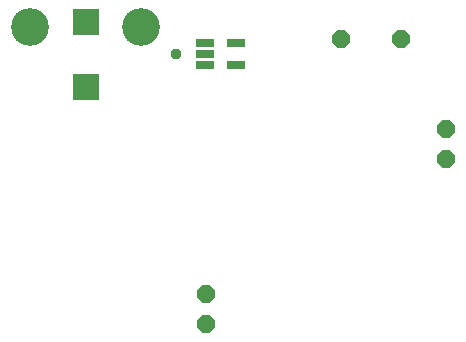
<source format=gts>
G75*
%MOIN*%
%OFA0B0*%
%FSLAX25Y25*%
%IPPOS*%
%LPD*%
%AMOC8*
5,1,8,0,0,1.08239X$1,22.5*
%
%ADD10OC8,0.06000*%
%ADD11R,0.09068X0.09068*%
%ADD12C,0.12611*%
%ADD13R,0.06000X0.03000*%
%ADD14C,0.03778*%
D10*
X0071000Y0026000D03*
X0071000Y0036000D03*
X0151000Y0081000D03*
X0151000Y0091000D03*
X0136000Y0121000D03*
X0116000Y0121000D03*
D11*
X0031000Y0126827D03*
X0031000Y0105173D03*
D12*
X0012496Y0125016D03*
X0049504Y0125016D03*
D13*
X0070900Y0119700D03*
X0070900Y0116000D03*
X0070900Y0112300D03*
X0081100Y0112300D03*
X0081100Y0119700D03*
D14*
X0061000Y0116000D03*
M02*

</source>
